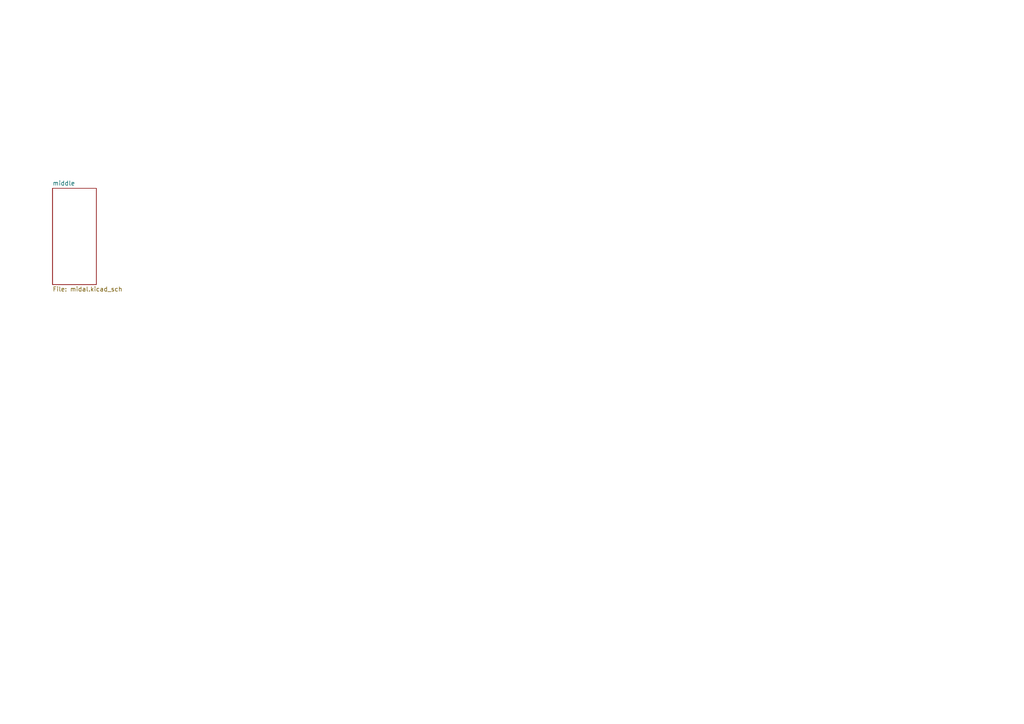
<source format=kicad_sch>
(kicad_sch
	(version 20250114)
	(generator "eeschema")
	(generator_version "9.0")
	(uuid "2b218e36-9b9e-4bec-ac09-11aef000af88")
	(paper "A4")
	(lib_symbols)
	(sheet
		(at 15.24 54.61)
		(size 12.7 27.94)
		(exclude_from_sim no)
		(in_bom yes)
		(on_board yes)
		(dnp no)
		(fields_autoplaced yes)
		(stroke
			(width 0.1524)
			(type solid)
		)
		(fill
			(color 0 0 0 0.0000)
		)
		(uuid "c3cd1a66-599b-4e8e-9179-ac48f151a22c")
		(property "Sheetname" "middle"
			(at 15.24 53.8984 0)
			(effects
				(font
					(size 1.27 1.27)
				)
				(justify left bottom)
			)
		)
		(property "Sheetfile" "midal.kicad_sch"
			(at 15.24 83.1346 0)
			(effects
				(font
					(size 1.27 1.27)
				)
				(justify left top)
			)
		)
		(instances
			(project "keke"
				(path "/2b218e36-9b9e-4bec-ac09-11aef000af88"
					(page "4")
				)
			)
		)
	)
	(sheet_instances
		(path "/"
			(page "1")
		)
	)
	(embedded_fonts no)
)

</source>
